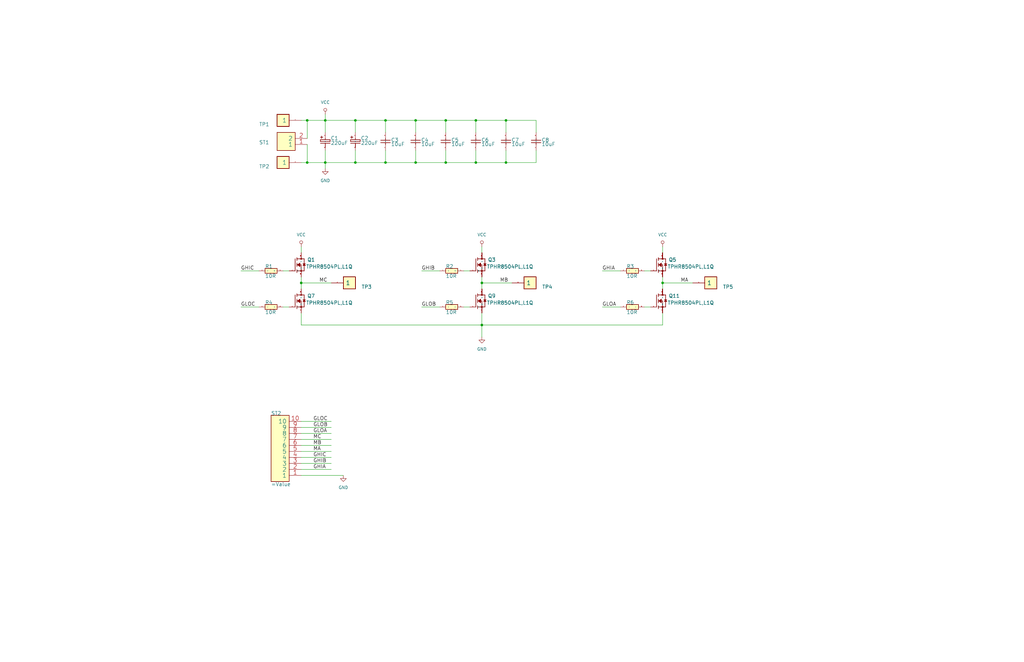
<source format=kicad_sch>
(kicad_sch (version 20211123) (generator eeschema)
  (paper "B")
  (title_block (title "testnoibec_fet-SchDoc") (date "27 03 2022"))
  (lib_symbols
    (symbol "power:GND" (power) (pin_names (offset 0))
      (property "Value" "GND" (at 0 -3.81 0))
      (symbol "GND_0_1"
        (polyline (pts (xy 0 0) (xy 0 -1.27) (xy 1.27 -1.27) (xy 0 -2.54) (xy -1.27 -1.27) (xy 0 -1.27)))
      )
      (symbol "GND_1_1"
        (pin power_in line (at 0 0 270) (length 0) hide (name "GND") (number "1"))
      )
    )
    (symbol "power:VCC" (power) (pin_names (offset 0))
      (property "Value" "VCC" (at 0 3.81 0))
      (symbol "VCC_0_1"
        (polyline (pts (xy 0 0) (xy 0 1.27)))
        (circle (center 0 1.905) (radius 0.635))
      )
      (symbol "VCC_1_1"
        (pin power_in line (at 0 0 90) (length 0) hide (name "VCC") (number "1"))
      )
    )
    (symbol "testnoibec_fet-rescue:CAP+-" (pin_names (offset 1.016))
      (property "Reference" "C" (at 4.826 1.778 0))
      (property "Value" "CAP+-" (at 4.826 -0.254 90))
      (symbol "CAP+-_0_1"
        (polyline (pts (xy 0 -2.54) (xy -1.27 -2.54)) (stroke (width 0.254)))
        (polyline (pts (xy 0 -2.54) (xy 0.508 -2.54)) (stroke (width 0.254)))
        (polyline (pts (xy 0.508 -4.572) (xy 0.508 -0.508)) (stroke (width 0.254)))
        (polyline (pts (xy 1.27 -0.508) (xy 1.27 -4.572)) (stroke (width 0.254)))
        (polyline (pts (xy 2.032 -2.54) (xy 2.54 -2.54)) (stroke (width 0.254)))
        (polyline (pts (xy 2.54 -1.016) (xy 3.556 -1.016)) (stroke (width 0.254)))
        (polyline (pts (xy 3.048 -0.508) (xy 3.048 -1.524)) (stroke (width 0.254)))
        (polyline (pts (xy 1.27 -0.508) (xy 2.032 -0.508) (xy 2.032 -4.572) (xy 1.27 -4.572)) (stroke (width 0.254)))
        (pin passive line (at 5.08 -2.54 180) (length 2.54) (name "1") (number "1"))
        (pin passive line (at -2.54 -2.54 0) (length 2.54) (name "2") (number "2"))
      )
    )
    (symbol "testnoibec_fet-rescue:Cap-" (pin_names (offset 1.016))
      (property "Reference" "C" (at 4.826 1.016 0))
      (property "Value" "Cap-" (at 4.826 -0.762 90))
      (symbol "Cap-_0_1"
        (polyline (pts (xy 0 -2.54) (xy 0.762 -2.54)) (stroke (width 0.254)))
        (polyline (pts (xy 0.762 -4.572) (xy 0.762 -0.508)) (stroke (width 0.254)))
        (polyline (pts (xy 1.778 -0.508) (xy 1.778 -4.572)) (stroke (width 0.254)))
        (polyline (pts (xy 2.54 -2.54) (xy 1.778 -2.54)) (stroke (width 0.254)))
        (pin passive line (at -2.54 -2.54 0) (length 2.54) (name "1") (number "1"))
        (pin passive line (at 5.08 -2.54 180) (length 2.54) (name "2") (number "2"))
      )
    )
    (symbol "testnoibec_fet-rescue:Header_10X1-" (pin_names (offset 1.016))
      (property "Reference" "ST" (at -7.62 27.94 0))
      (property "Value" "Header_10X1-" (at -7.62 -2.032 0))
      (symbol "Header_10X1-_0_1"
        (rectangle (start 7.62 0) (end 0 -27.94) (stroke (width 0.254)) (fill (type background)))
        (pin passive line (at -5.08 -2.54 0) (length 5.08) (name "1") (number "1"))
        (pin passive line (at -5.08 -25.4 0) (length 5.08) (name "10") (number "10"))
        (pin passive line (at -5.08 -5.08 0) (length 5.08) (name "2") (number "2"))
        (pin passive line (at -5.08 -7.62 0) (length 5.08) (name "3") (number "3"))
        (pin passive line (at -5.08 -10.16 0) (length 5.08) (name "4") (number "4"))
        (pin passive line (at -5.08 -12.7 0) (length 5.08) (name "5") (number "5"))
        (pin passive line (at -5.08 -15.24 0) (length 5.08) (name "6") (number "6"))
        (pin passive line (at -5.08 -17.78 0) (length 5.08) (name "7") (number "7"))
        (pin passive line (at -5.08 -20.32 0) (length 5.08) (name "8") (number "8"))
        (pin passive line (at -5.08 -22.86 0) (length 5.08) (name "9") (number "9"))
      )
    )
    (symbol "testnoibec_fet-rescue:Header_2X1-" (pin_names (offset 1.016))
      (property "Reference" "ST" (at -15.24 2.54 0))
      (property "Value" "Header_2X1-" (at 0 0 0))
      (symbol "Header_2X1-_0_1"
        (rectangle (start 7.62 0) (end 0 -7.62) (stroke (width 0.254)) (fill (type background)))
        (pin passive line (at -5.08 -2.54 0) (length 5.08) (name "1") (number "1"))
        (pin passive line (at -5.08 -5.08 0) (length 5.08) (name "2") (number "2"))
      )
    )
    (symbol "testnoibec_fet-rescue:Res-" (pin_names (offset 1.016))
      (property "Reference" "R" (at 0 -1.524 0))
      (property "Value" "Res-" (at 0 -5.588 0))
      (symbol "Res-_0_1"
        (rectangle (start 0 -3.556) (end 5.08 -1.524) (stroke (width 0.254)) (fill (type background)))
        (pin passive line (at -2.54 -2.54 0) (length 2.54) (name "1") (number "1"))
        (pin passive line (at 7.62 -2.54 180) (length 2.54) (name "2") (number "2"))
      )
    )
    (symbol "testnoibec_fet-rescue:TESTPAD-" (pin_names (offset 1.016))
      (property "Reference" "TP" (at -12.7 0 0))
      (property "Value" "TESTPAD-" (at 0 0 0))
      (symbol "TESTPAD-_0_1"
        (rectangle (start 0 -5.08) (end 5.08 0) (stroke (width 0.254)) (fill (type background)))
        (rectangle (start 5.08 0) (end 0 -5.08) (stroke (width 0.254)) (fill (type background)))
        (pin passive line (at -5.08 -2.54 0) (length 5.08) (name "1") (number "1"))
      )
    )
    (symbol "testnoibec_fet-rescue:TPHR8504PL,L1Q-" (pin_names (offset 1.016))
      (property "Reference" "Q" (at 2.54 1.27 0))
      (property "Value" "TPHR8504PL,L1Q-" (at 2.032 -1.778 0))
      (symbol "TPHR8504PL,L1Q-_0_1"
        (polyline (pts (xy -2.54 2.54) (xy -2.54 -2.54)) (stroke (width 0.254)))
        (polyline (pts (xy -1.778 -2.54) (xy -1.778 -3.302)) (stroke (width 0.254)))
        (polyline (pts (xy -1.778 -2.032) (xy -1.778 -2.54)) (stroke (width 0.254)))
        (polyline (pts (xy -1.778 0) (xy -1.778 -0.762)) (stroke (width 0.254)))
        (polyline (pts (xy -1.778 0) (xy 0 0)) (stroke (width 0.254)))
        (polyline (pts (xy -1.778 0.762) (xy -1.778 0)) (stroke (width 0.254)))
        (polyline (pts (xy -1.778 2.54) (xy -1.778 1.778)) (stroke (width 0.254)))
        (polyline (pts (xy -1.778 2.54) (xy 1.27 2.54)) (stroke (width 0.254)))
        (polyline (pts (xy -1.778 3.048) (xy -1.778 2.54)) (stroke (width 0.254)))
        (polyline (pts (xy 0 -2.54) (xy -1.778 -2.54)) (stroke (width 0.254)))
        (polyline (pts (xy 0 -2.54) (xy 1.27 -2.54)) (stroke (width 0.254)))
        (polyline (pts (xy 0 0) (xy 0 -2.54)) (stroke (width 0.254)))
        (polyline (pts (xy 1.27 0.508) (xy 0.762 0.508)) (stroke (width 0.254)))
        (polyline (pts (xy 1.27 0.508) (xy 1.27 -2.54)) (stroke (width 0.254)))
        (polyline (pts (xy 1.27 2.54) (xy 1.27 0.508)) (stroke (width 0.254)))
        (polyline (pts (xy 1.778 0.508) (xy 1.27 0.508)) (stroke (width 0.254)))
        (polyline (pts (xy -1.524 0) (xy -0.508 0.762) (xy -0.508 -0.762) (xy -1.524 0)) (stroke (width 0.254)) (fill (type outline)))
        (polyline (pts (xy 1.27 0.508) (xy 0.762 -0.254) (xy 1.778 -0.254) (xy 1.27 0.508)) (stroke (width 0.254)) (fill (type outline)))
        (pin passive line (at 0 -5.08 90) (length 2.54) (name "S") (number "1"))
        (pin passive line (at 0 -5.08 90) (length 2.54) (name "S") (number "2"))
        (pin passive line (at 0 -5.08 90) (length 2.54) (name "S") (number "3"))
        (pin passive line (at -5.08 -2.54 0) (length 2.54) (name "G") (number "4"))
        (pin passive line (at 0 5.08 270) (length 2.54) (name "D") (number "5"))
        (pin passive line (at 0 5.08 270) (length 2.54) (name "D") (number "6"))
        (pin passive line (at 0 5.08 270) (length 2.54) (name "D") (number "7"))
        (pin passive line (at 0 5.08 270) (length 2.54) (name "D") (number "8"))
        (pin passive line (at 0 5.08 270) (length 2.54) (name "D") (number "9"))
      )
      (symbol "TPHR8504PL,L1Q-_1_1"
        (arc (start -0.1778 -2.8448) (mid 0.1757 -2.846) (end 0.3556 -2.54))
        (arc (start -0.1778 -2.2098) (mid -0.375 -2.5336) (end -0.1778 -2.8448))
        (arc (start -0.1778 2.2098) (mid 0.1923 2.218) (end 0.3556 2.54))
        (arc (start -0.1778 2.8448) (mid -0.3528 2.534) (end -0.1778 2.2098))
        (arc (start 0.3556 -2.54) (mid 0.1823 -2.2347) (end -0.1778 -2.2098))
        (arc (start 0.3556 2.54) (mid 0.1771 2.8484) (end -0.1778 2.8448))
      )
    )
  )
  (junction (at 162.56 68.58))
  (junction (at 127 119.38))
  (junction (at 203.2 119.38))
  (junction (at 137.16 50.8))
  (junction (at 149.86 50.8))
  (junction (at 279.4 119.38))
  (junction (at 129.54 68.58))
  (junction (at 203.2 137.16))
  (junction (at 187.96 68.58))
  (junction (at 213.36 68.58))
  (junction (at 175.26 68.58))
  (junction (at 137.16 68.58))
  (junction (at 175.26 50.8))
  (junction (at 149.86 68.58))
  (junction (at 187.96 50.8))
  (junction (at 200.66 68.58))
  (junction (at 129.54 50.8))
  (junction (at 162.56 50.8))
  (junction (at 213.36 50.8))
  (junction (at 200.66 50.8))
  (wire (pts (xy 139.7 193.04) (xy 127 193.04)))
  (wire (pts (xy 121.92 129.54) (xy 119.38 129.54)))
  (wire (pts (xy 175.26 68.58) (xy 162.56 68.58)))
  (wire (pts (xy 203.2 106.68) (xy 203.2 104.14)))
  (wire (pts (xy 200.66 68.58) (xy 187.96 68.58)))
  (wire (pts (xy 162.56 63.5) (xy 162.56 68.58)))
  (wire (pts (xy 226.06 63.5) (xy 226.06 68.58)))
  (wire (pts (xy 137.16 63.5) (xy 137.16 68.58)))
  (wire (pts (xy 198.12 129.54) (xy 195.58 129.54)))
  (wire (pts (xy 129.54 68.58) (xy 129.54 60.96)))
  (wire (pts (xy 187.96 68.58) (xy 175.26 68.58)))
  (wire (pts (xy 279.4 106.68) (xy 279.4 104.14)))
  (wire (pts (xy 274.32 114.3) (xy 271.78 114.3)))
  (wire (pts (xy 129.54 50.8) (xy 129.54 58.42)))
  (wire (pts (xy 109.22 114.3) (xy 101.6 114.3)))
  (wire (pts (xy 139.7 190.5) (xy 127 190.5)))
  (wire (pts (xy 127 119.38) (xy 127 116.84)))
  (wire (pts (xy 213.36 68.58) (xy 200.66 68.58)))
  (wire (pts (xy 185.42 129.54) (xy 177.8 129.54)))
  (wire (pts (xy 261.62 114.3) (xy 254 114.3)))
  (wire (pts (xy 175.26 50.8) (xy 175.26 55.88)))
  (wire (pts (xy 279.4 132.08) (xy 279.4 137.16)))
  (wire (pts (xy 149.86 50.8) (xy 149.86 55.88)))
  (wire (pts (xy 187.96 63.5) (xy 187.96 68.58)))
  (wire (pts (xy 279.4 119.38) (xy 279.4 116.84)))
  (wire (pts (xy 203.2 121.92) (xy 203.2 119.38)))
  (wire (pts (xy 139.7 187.96) (xy 127 187.96)))
  (wire (pts (xy 149.86 68.58) (xy 137.16 68.58)))
  (wire (pts (xy 139.7 182.88) (xy 127 182.88)))
  (wire (pts (xy 261.62 129.54) (xy 254 129.54)))
  (wire (pts (xy 127 106.68) (xy 127 104.14)))
  (wire (pts (xy 175.26 50.8) (xy 162.56 50.8)))
  (wire (pts (xy 185.42 114.3) (xy 177.8 114.3)))
  (wire (pts (xy 226.06 50.8) (xy 213.36 50.8)))
  (wire (pts (xy 274.32 129.54) (xy 271.78 129.54)))
  (wire (pts (xy 203.2 119.38) (xy 203.2 116.84)))
  (wire (pts (xy 149.86 63.5) (xy 149.86 68.58)))
  (wire (pts (xy 187.96 50.8) (xy 187.96 55.88)))
  (wire (pts (xy 215.9 119.38) (xy 203.2 119.38)))
  (wire (pts (xy 137.16 50.8) (xy 129.54 50.8)))
  (wire (pts (xy 139.7 119.38) (xy 127 119.38)))
  (wire (pts (xy 279.4 137.16) (xy 203.2 137.16)))
  (wire (pts (xy 137.16 50.8) (xy 137.16 55.88)))
  (wire (pts (xy 162.56 68.58) (xy 149.86 68.58)))
  (wire (pts (xy 121.92 114.3) (xy 119.38 114.3)))
  (wire (pts (xy 175.26 63.5) (xy 175.26 68.58)))
  (wire (pts (xy 213.36 50.8) (xy 200.66 50.8)))
  (wire (pts (xy 139.7 198.12) (xy 127 198.12)))
  (wire (pts (xy 139.7 177.8) (xy 127 177.8)))
  (wire (pts (xy 200.66 50.8) (xy 187.96 50.8)))
  (wire (pts (xy 129.54 68.58) (xy 127 68.58)))
  (wire (pts (xy 226.06 68.58) (xy 213.36 68.58)))
  (wire (pts (xy 162.56 50.8) (xy 162.56 55.88)))
  (wire (pts (xy 144.78 200.66) (xy 127 200.66)))
  (wire (pts (xy 127 121.92) (xy 127 119.38)))
  (wire (pts (xy 139.7 185.42) (xy 127 185.42)))
  (wire (pts (xy 187.96 50.8) (xy 175.26 50.8)))
  (wire (pts (xy 200.66 50.8) (xy 200.66 55.88)))
  (wire (pts (xy 109.22 129.54) (xy 101.6 129.54)))
  (wire (pts (xy 139.7 180.34) (xy 127 180.34)))
  (wire (pts (xy 198.12 114.3) (xy 195.58 114.3)))
  (wire (pts (xy 203.2 137.16) (xy 127 137.16)))
  (wire (pts (xy 162.56 50.8) (xy 149.86 50.8)))
  (wire (pts (xy 137.16 48.26) (xy 137.16 50.8)))
  (wire (pts (xy 137.16 68.58) (xy 137.16 71.12)))
  (wire (pts (xy 203.2 137.16) (xy 203.2 142.24)))
  (wire (pts (xy 279.4 121.92) (xy 279.4 119.38)))
  (wire (pts (xy 137.16 68.58) (xy 129.54 68.58)))
  (wire (pts (xy 226.06 55.88) (xy 226.06 50.8)))
  (wire (pts (xy 127 137.16) (xy 127 132.08)))
  (wire (pts (xy 213.36 63.5) (xy 213.36 68.58)))
  (wire (pts (xy 149.86 50.8) (xy 137.16 50.8)))
  (wire (pts (xy 200.66 63.5) (xy 200.66 68.58)))
  (wire (pts (xy 203.2 137.16) (xy 203.2 132.08)))
  (wire (pts (xy 213.36 50.8) (xy 213.36 55.88)))
  (wire (pts (xy 139.7 195.58) (xy 127 195.58)))
  (wire (pts (xy 292.1 119.38) (xy 279.4 119.38)))
  (wire (pts (xy 129.54 50.8) (xy 127 50.8)))
  (label "GHIC" (at 132.08 193.04 0) (effects (font (size 1.524 1.524))))
  (label "GLOC" (at 101.6 129.54 0) (effects (font (size 1.524 1.524))))
  (label "GLOB" (at 177.8 129.54 0) (effects (font (size 1.524 1.524))))
  (label "MC" (at 134.62 119.38 0) (effects (font (size 1.524 1.524))))
  (label "GLOA" (at 132.08 182.88 0) (effects (font (size 1.524 1.524))))
  (label "GHIA" (at 132.08 198.12 0) (effects (font (size 1.524 1.524))))
  (label "MA" (at 132.08 190.5 0) (effects (font (size 1.524 1.524))))
  (label "GHIA" (at 254 114.3 0) (effects (font (size 1.524 1.524))))
  (label "MA" (at 287.02 119.38 0) (effects (font (size 1.524 1.524))))
  (label "GHIB" (at 177.8 114.3 0) (effects (font (size 1.524 1.524))))
  (label "MB" (at 210.82 119.38 0) (effects (font (size 1.524 1.524))))
  (label "GLOC" (at 132.08 177.8 0) (effects (font (size 1.524 1.524))))
  (label "MC" (at 132.08 185.42 0) (effects (font (size 1.524 1.524))))
  (label "GLOB" (at 132.08 180.34 0) (effects (font (size 1.524 1.524))))
  (label "MB" (at 132.08 187.96 0) (effects (font (size 1.524 1.524))))
  (label "GLOA" (at 254 129.54 0) (effects (font (size 1.524 1.524))))
  (label "GHIB" (at 132.08 195.58 0) (effects (font (size 1.524 1.524))))
  (label "GHIC" (at 101.6 114.3 0) (effects (font (size 1.524 1.524))))
  (symbol (lib_id "testnoibec_fet-rescue:TESTPAD-") (at 220.98 116.84 0) (unit 1)
    (property "Reference" "TP4" (at 228.6 121.92 0) (effects (font (size 1.524 1.524)) (justify left bottom)))
  )
  (symbol (lib_id "testnoibec_fet-rescue:TESTPAD-") (at 144.78 116.84 0) (unit 1)
    (property "Reference" "TP3" (at 152.4 121.92 0) (effects (font (size 1.524 1.524)) (justify left bottom)))
  )
  (symbol (lib_id "testnoibec_fet-rescue:Res-") (at 111.76 111.76 0) (unit 1)
    (property "Reference" "R1" (at 111.76 113.284 0) (effects (font (size 1.524 1.524)) (justify left bottom)))
    (property "Value" "10R" (at 111.76 117.348 0) (effects (font (size 1.524 1.524)) (justify left bottom)))
  )
  (symbol (lib_id "testnoibec_fet-rescue:TPHR8504PL,L1Q-") (at 279.4 127 0) (unit 1)
    (property "Reference" "Q11" (at 281.94 125.73 0) (effects (font (size 1.524 1.524)) (justify left bottom)))
    (property "Value" "TPHR8504PL,L1Q" (at 281.432 128.651 0) (effects (font (size 1.524 1.524)) (justify left bottom)))
  )
  (symbol (lib_id "testnoibec_fet-rescue:TPHR8504PL,L1Q-") (at 279.4 111.76 0) (unit 1)
    (property "Reference" "Q5" (at 281.94 110.49 0) (effects (font (size 1.524 1.524)) (justify left bottom)))
    (property "Value" "TPHR8504PL,L1Q" (at 281.432 113.411 0) (effects (font (size 1.524 1.524)) (justify left bottom)))
  )
  (symbol (lib_id "testnoibec_fet-rescue:TPHR8504PL,L1Q-") (at 203.2 127 0) (unit 1)
    (property "Reference" "Q9" (at 205.74 125.73 0) (effects (font (size 1.524 1.524)) (justify left bottom)))
    (property "Value" "TPHR8504PL,L1Q" (at 205.232 128.651 0) (effects (font (size 1.524 1.524)) (justify left bottom)))
  )
  (symbol (lib_id "testnoibec_fet-rescue:TPHR8504PL,L1Q-") (at 203.2 111.76 0) (unit 1)
    (property "Reference" "Q3" (at 205.74 110.49 0) (effects (font (size 1.524 1.524)) (justify left bottom)))
    (property "Value" "TPHR8504PL,L1Q" (at 205.232 113.411 0) (effects (font (size 1.524 1.524)) (justify left bottom)))
  )
  (symbol (lib_id "testnoibec_fet-rescue:Header_2X1-") (at 124.46 63.5 180) (unit 1)
    (property "Reference" "ST1" (at 109.22 60.96 0) (effects (font (size 1.524 1.524)) (justify right top)))
  )
  (symbol (lib_id "testnoibec_fet-rescue:Header_10X1-") (at 121.92 203.2 180) (unit 1)
    (property "Reference" "ST2" (at 114.3 175.26 0) (effects (font (size 1.524 1.524)) (justify right top)))
    (property "Value" "=Value" (at 114.3 205.232 0) (effects (font (size 1.524 1.524)) (justify right top)))
  )
  (symbol (lib_id "testnoibec_fet-rescue:TESTPAD-") (at 121.92 71.12 180) (unit 1)
    (property "Reference" "TP2" (at 109.22 71.12 0) (effects (font (size 1.524 1.524)) (justify right top)))
  )
  (symbol (lib_id "testnoibec_fet-rescue:CAP+-") (at 147.32 60.96 90) (unit 1)
    (property "Reference" "C2" (at 152.146 59.182 90) (effects (font (size 1.524 1.524)) (justify right top)))
    (property "Value" "220uF" (at 152.146 61.214 90) (effects (font (size 1.524 1.524)) (justify right top)))
  )
  (symbol (lib_id "testnoibec_fet-rescue:Cap-") (at 223.52 60.96 90) (unit 1)
    (property "Reference" "C8" (at 228.346 59.944 90) (effects (font (size 1.524 1.524)) (justify right top)))
    (property "Value" "10uF" (at 228.346 61.722 90) (effects (font (size 1.524 1.524)) (justify right top)))
  )
  (symbol (lib_id "testnoibec_fet-rescue:Cap-") (at 210.82 60.96 90) (unit 1)
    (property "Reference" "C7" (at 215.646 59.944 90) (effects (font (size 1.524 1.524)) (justify right top)))
    (property "Value" "10uF" (at 215.646 61.722 90) (effects (font (size 1.524 1.524)) (justify right top)))
  )
  (symbol (lib_id "testnoibec_fet-rescue:Cap-") (at 198.12 60.96 90) (unit 1)
    (property "Reference" "C6" (at 202.946 59.944 90) (effects (font (size 1.524 1.524)) (justify right top)))
    (property "Value" "10uF" (at 202.946 61.722 90) (effects (font (size 1.524 1.524)) (justify right top)))
  )
  (symbol (lib_id "testnoibec_fet-rescue:TPHR8504PL,L1Q-") (at 127 127 0) (unit 1)
    (property "Reference" "Q7" (at 129.54 125.73 0) (effects (font (size 1.524 1.524)) (justify left bottom)))
    (property "Value" "TPHR8504PL,L1Q" (at 129.032 128.651 0) (effects (font (size 1.524 1.524)) (justify left bottom)))
  )
  (symbol (lib_id "testnoibec_fet-rescue:Cap-") (at 185.42 60.96 90) (unit 1)
    (property "Reference" "C5" (at 190.246 59.944 90) (effects (font (size 1.524 1.524)) (justify right top)))
    (property "Value" "10uF" (at 190.246 61.722 90) (effects (font (size 1.524 1.524)) (justify right top)))
  )
  (symbol (lib_id "testnoibec_fet-rescue:Cap-") (at 172.72 60.96 90) (unit 1)
    (property "Reference" "C4" (at 177.546 59.944 90) (effects (font (size 1.524 1.524)) (justify right top)))
    (property "Value" "10uF" (at 177.546 61.722 90) (effects (font (size 1.524 1.524)) (justify right top)))
  )
  (symbol (lib_id "testnoibec_fet-rescue:Cap-") (at 160.02 60.96 90) (unit 1)
    (property "Reference" "C3" (at 164.846 59.944 90) (effects (font (size 1.524 1.524)) (justify right top)))
    (property "Value" "10uF" (at 164.846 61.722 90) (effects (font (size 1.524 1.524)) (justify right top)))
  )
  (symbol (lib_id "testnoibec_fet-rescue:CAP+-") (at 134.62 60.96 90) (unit 1)
    (property "Reference" "C1" (at 139.446 59.182 90) (effects (font (size 1.524 1.524)) (justify right top)))
    (property "Value" "220uF" (at 139.446 61.214 90) (effects (font (size 1.524 1.524)) (justify right top)))
  )
  (symbol (lib_id "testnoibec_fet-rescue:Res-") (at 264.16 127 0) (unit 1)
    (property "Reference" "R6" (at 264.16 128.524 0) (effects (font (size 1.524 1.524)) (justify left bottom)))
    (property "Value" "10R" (at 264.16 132.588 0) (effects (font (size 1.524 1.524)) (justify left bottom)))
  )
  (symbol (lib_id "testnoibec_fet-rescue:Res-") (at 264.16 111.76 0) (unit 1)
    (property "Reference" "R3" (at 264.16 113.284 0) (effects (font (size 1.524 1.524)) (justify left bottom)))
    (property "Value" "10R" (at 264.16 117.348 0) (effects (font (size 1.524 1.524)) (justify left bottom)))
  )
  (symbol (lib_id "testnoibec_fet-rescue:Res-") (at 187.96 127 0) (unit 1)
    (property "Reference" "R5" (at 187.96 128.524 0) (effects (font (size 1.524 1.524)) (justify left bottom)))
    (property "Value" "10R" (at 187.96 132.588 0) (effects (font (size 1.524 1.524)) (justify left bottom)))
  )
  (symbol (lib_id "testnoibec_fet-rescue:Res-") (at 187.96 111.76 0) (unit 1)
    (property "Reference" "R2" (at 187.96 113.284 0) (effects (font (size 1.524 1.524)) (justify left bottom)))
    (property "Value" "10R" (at 187.96 117.348 0) (effects (font (size 1.524 1.524)) (justify left bottom)))
  )
  (symbol (lib_id "testnoibec_fet-rescue:Res-") (at 111.76 127 0) (unit 1)
    (property "Reference" "R4" (at 111.76 128.524 0) (effects (font (size 1.524 1.524)) (justify left bottom)))
    (property "Value" "10R" (at 111.76 132.588 0) (effects (font (size 1.524 1.524)) (justify left bottom)))
  )
  (symbol (lib_id "testnoibec_fet-rescue:TESTPAD-") (at 297.18 116.84 0) (unit 1)
    (property "Reference" "TP5" (at 304.8 121.92 0) (effects (font (size 1.524 1.524)) (justify left bottom)))
  )
  (symbol (lib_id "testnoibec_fet-rescue:TPHR8504PL,L1Q-") (at 127 111.76 0) (unit 1)
    (property "Reference" "Q1" (at 129.54 110.49 0) (effects (font (size 1.524 1.524)) (justify left bottom)))
    (property "Value" "TPHR8504PL,L1Q" (at 129.032 113.411 0) (effects (font (size 1.524 1.524)) (justify left bottom)))
  )
  (symbol (lib_id "power:GND") (at 144.78 200.66 0) (unit 1)
    (property "Reference" "#PWR0104" (effects hide))
    (property "Value" "GND" (at 144.78 205.74 0))
  )
  (symbol (lib_id "power:GND") (at 203.2 142.24 0) (unit 1)
    (property "Reference" "#PWR0103" (effects hide))
    (property "Value" "GND" (at 203.2 147.32 0))
  )
  (symbol (lib_id "power:VCC") (at 279.4 104.14 0) (unit 1)
    (property "Reference" "#PWR0102" (effects hide))
    (property "Value" "VCC" (at 279.4 99.06 0))
  )
  (symbol (lib_id "power:VCC") (at 137.16 48.26 0) (unit 1)
    (property "Reference" "#PWR0107" (effects hide))
    (property "Value" "VCC" (at 137.16 43.18 0))
  )
  (symbol (lib_id "power:VCC") (at 203.2 104.14 0) (unit 1)
    (property "Reference" "#PWR0101" (effects hide))
    (property "Value" "VCC" (at 203.2 99.06 0))
  )
  (symbol (lib_id "testnoibec_fet-rescue:TESTPAD-") (at 121.92 53.34 180) (unit 1)
    (property "Reference" "TP1" (at 109.22 53.34 0) (effects (font (size 1.524 1.524)) (justify right top)))
  )
  (symbol (lib_id "power:GND") (at 137.16 71.12 0) (unit 1)
    (property "Reference" "#PWR0106" (effects hide))
    (property "Value" "GND" (at 137.16 76.2 0))
  )
  (symbol (lib_id "power:VCC") (at 127 104.14 0) (unit 1)
    (property "Reference" "#PWR0105" (effects hide))
    (property "Value" "VCC" (at 127 99.06 0))
  )
)
</source>
